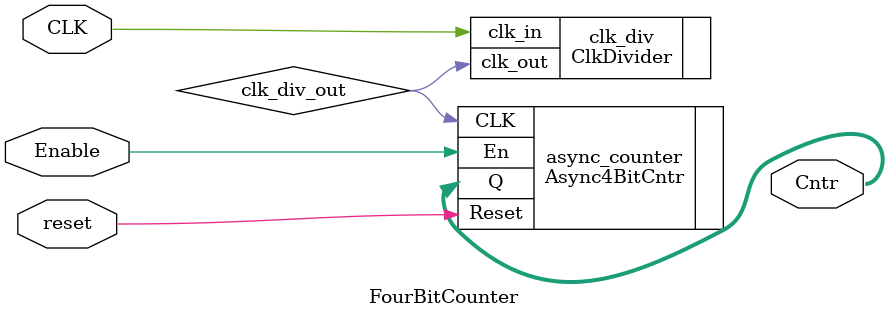
<source format=v>
module FourBitCounter (
    input wire CLK,
    input wire reset,
    input wire Enable ,
    output reg [3:0] Cntr

);
 wire clk_div_out;
ClkDivider clk_div (
    .clk_in(CLK),
    .clk_out(clk_div_out)
);

Async4BitCntr async_counter (
    .En(Enable),
    .CLK(clk_div_out),
    .Reset(reset),
    .Q(Cntr)
);

endmodule

</source>
